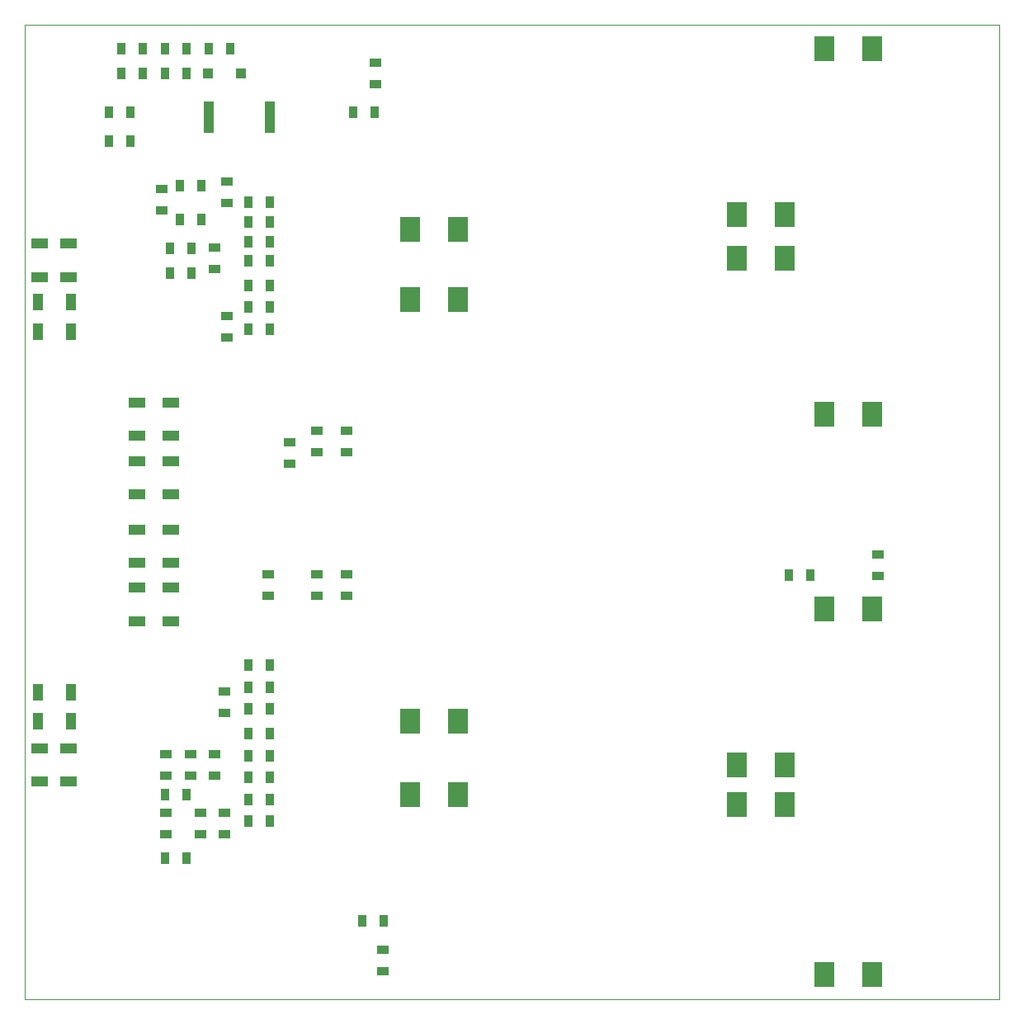
<source format=gtp>
G04 #@! TF.FileFunction,Paste,Top*
%FSLAX46Y46*%
G04 Gerber Fmt 4.6, Leading zero omitted, Abs format (unit mm)*
G04 Created by KiCad (PCBNEW 4.0.5) date 02/14/17 11:54:22*
%MOMM*%
%LPD*%
G01*
G04 APERTURE LIST*
%ADD10C,0.150000*%
%ADD11C,0.100000*%
%ADD12R,1.300000X0.900000*%
%ADD13R,0.900000X1.300000*%
%ADD14R,1.700000X1.100000*%
%ADD15R,1.100000X1.700000*%
%ADD16R,2.100000X2.600000*%
%ADD17R,1.000000X1.000000*%
%ADD18R,1.000000X3.200000*%
G04 APERTURE END LIST*
D10*
D11*
X0Y100000000D02*
X100000000Y100000000D01*
X15000000Y0D02*
X0Y0D01*
X100000000Y0D02*
X15000000Y0D01*
X100000000Y100000000D02*
X100000000Y0D01*
X0Y0D02*
X0Y100000000D01*
D12*
X30000000Y58350000D03*
X30000000Y56150000D03*
X14500000Y16900000D03*
X14500000Y19100000D03*
X14500000Y22900000D03*
X14500000Y25100000D03*
D13*
X25100000Y73250000D03*
X22900000Y73250000D03*
X25100000Y32000000D03*
X22900000Y32000000D03*
X25100000Y22750000D03*
X22900000Y22750000D03*
X25100000Y20500000D03*
X22900000Y20500000D03*
D12*
X19500000Y22900000D03*
X19500000Y25100000D03*
X17000000Y22900000D03*
X17000000Y25100000D03*
D13*
X16600000Y21000000D03*
X14400000Y21000000D03*
D12*
X19500000Y77100000D03*
X19500000Y74900000D03*
D13*
X16600000Y14500000D03*
X14400000Y14500000D03*
D12*
X25000000Y43600000D03*
X25000000Y41400000D03*
D13*
X25100000Y75750000D03*
X22900000Y75750000D03*
X80600000Y43500000D03*
X78400000Y43500000D03*
D12*
X87500000Y45600000D03*
X87500000Y43400000D03*
X27200000Y57100000D03*
X27200000Y54900000D03*
D13*
X17100000Y74500000D03*
X14900000Y74500000D03*
X17100000Y77000000D03*
X14900000Y77000000D03*
X18100000Y80000000D03*
X15900000Y80000000D03*
D12*
X14000000Y80900000D03*
X14000000Y83100000D03*
D13*
X18100000Y83500000D03*
X15900000Y83500000D03*
D12*
X36750000Y5100000D03*
X36750000Y2900000D03*
D13*
X34650000Y8000000D03*
X36850000Y8000000D03*
X25100000Y18250000D03*
X22900000Y18250000D03*
D12*
X18000000Y19100000D03*
X18000000Y16900000D03*
X20500000Y19100000D03*
X20500000Y16900000D03*
D13*
X22900000Y27250000D03*
X25100000Y27250000D03*
X22900000Y25000000D03*
X25100000Y25000000D03*
X22900000Y29750000D03*
X25100000Y29750000D03*
D12*
X20500000Y29400000D03*
X20500000Y31600000D03*
X33000000Y41400000D03*
X33000000Y43600000D03*
X30000000Y41400000D03*
X30000000Y43600000D03*
D13*
X22900000Y34250000D03*
X25100000Y34250000D03*
D12*
X36000000Y93900000D03*
X36000000Y96100000D03*
D13*
X33650000Y91000000D03*
X35850000Y91000000D03*
X22900000Y71000000D03*
X25100000Y71000000D03*
D12*
X20750000Y70100000D03*
X20750000Y67900000D03*
D13*
X22900000Y79750000D03*
X25100000Y79750000D03*
X22900000Y77750000D03*
X25100000Y77750000D03*
X22900000Y81750000D03*
X25100000Y81750000D03*
D12*
X20750000Y81650000D03*
X20750000Y83850000D03*
D14*
X1500000Y22300000D03*
X1500000Y25700000D03*
D15*
X4700000Y28500000D03*
X1300000Y28500000D03*
X4700000Y31500000D03*
X1300000Y31500000D03*
D14*
X4500000Y22300000D03*
X4500000Y25700000D03*
X11500000Y38800000D03*
X11500000Y42200000D03*
X11500000Y44800000D03*
X11500000Y48200000D03*
X15000000Y42200000D03*
X15000000Y38800000D03*
X15000000Y48200000D03*
X15000000Y44800000D03*
X15000000Y51800000D03*
X15000000Y55200000D03*
X15000000Y57800000D03*
X15000000Y61200000D03*
X11500000Y55200000D03*
X11500000Y51800000D03*
X11500000Y61200000D03*
X11500000Y57800000D03*
X4500000Y77500000D03*
X4500000Y74100000D03*
D15*
X4700000Y68500000D03*
X1300000Y68500000D03*
X4700000Y71500000D03*
X1300000Y71500000D03*
D14*
X1500000Y77500000D03*
X1500000Y74100000D03*
D16*
X77950000Y20000000D03*
X73050000Y20000000D03*
X44450000Y21000000D03*
X39550000Y21000000D03*
X82050000Y2500000D03*
X86950000Y2500000D03*
X44450000Y28500000D03*
X39550000Y28500000D03*
X82050000Y40000000D03*
X86950000Y40000000D03*
X77950000Y24000000D03*
X73050000Y24000000D03*
X77950000Y76000000D03*
X73050000Y76000000D03*
X44450000Y71750000D03*
X39550000Y71750000D03*
X82050000Y60000000D03*
X86950000Y60000000D03*
X44450000Y79000000D03*
X39550000Y79000000D03*
X82050000Y97500000D03*
X86950000Y97500000D03*
X77950000Y80500000D03*
X73050000Y80500000D03*
D12*
X33000000Y58350000D03*
X33000000Y56150000D03*
D13*
X18900000Y97500000D03*
X21100000Y97500000D03*
X12100000Y97500000D03*
X9900000Y97500000D03*
X12100000Y95000000D03*
X9900000Y95000000D03*
D17*
X18800000Y95000000D03*
X22200000Y95000000D03*
D18*
X18900000Y90500000D03*
X25100000Y90500000D03*
D13*
X16600000Y95000000D03*
X14400000Y95000000D03*
X10800000Y88000000D03*
X8600000Y88000000D03*
X16600000Y97500000D03*
X14400000Y97500000D03*
X10800000Y91000000D03*
X8600000Y91000000D03*
X25100000Y68750000D03*
X22900000Y68750000D03*
M02*

</source>
